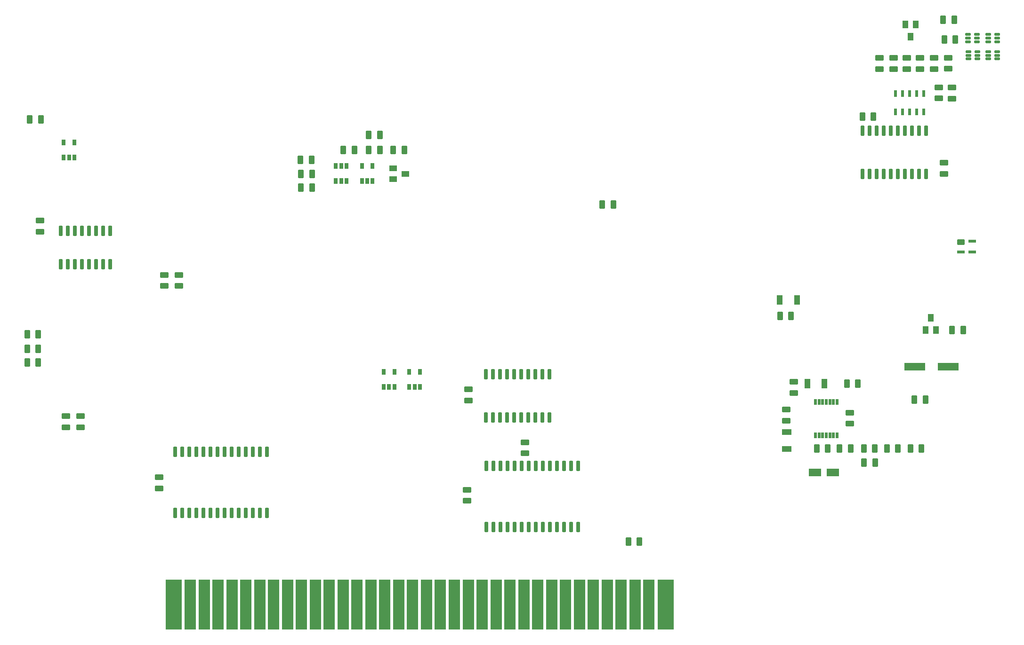
<source format=gbr>
%TF.GenerationSoftware,KiCad,Pcbnew,7.0.9*%
%TF.CreationDate,2024-01-30T12:33:28+01:00*%
%TF.ProjectId,FINESSE,46494e45-5353-4452-9e6b-696361645f70,rev?*%
%TF.SameCoordinates,Original*%
%TF.FileFunction,Paste,Top*%
%TF.FilePolarity,Positive*%
%FSLAX46Y46*%
G04 Gerber Fmt 4.6, Leading zero omitted, Abs format (unit mm)*
G04 Created by KiCad (PCBNEW 7.0.9) date 2024-01-30 12:33:28*
%MOMM*%
%LPD*%
G01*
G04 APERTURE LIST*
G04 Aperture macros list*
%AMRoundRect*
0 Rectangle with rounded corners*
0 $1 Rounding radius*
0 $2 $3 $4 $5 $6 $7 $8 $9 X,Y pos of 4 corners*
0 Add a 4 corners polygon primitive as box body*
4,1,4,$2,$3,$4,$5,$6,$7,$8,$9,$2,$3,0*
0 Add four circle primitives for the rounded corners*
1,1,$1+$1,$2,$3*
1,1,$1+$1,$4,$5*
1,1,$1+$1,$6,$7*
1,1,$1+$1,$8,$9*
0 Add four rect primitives between the rounded corners*
20,1,$1+$1,$2,$3,$4,$5,0*
20,1,$1+$1,$4,$5,$6,$7,0*
20,1,$1+$1,$6,$7,$8,$9,0*
20,1,$1+$1,$8,$9,$2,$3,0*%
G04 Aperture macros list end*
%ADD10RoundRect,0.050000X-0.700000X0.450000X-0.700000X-0.450000X0.700000X-0.450000X0.700000X0.450000X0*%
%ADD11RoundRect,0.050000X0.700000X-0.450000X0.700000X0.450000X-0.700000X0.450000X-0.700000X-0.450000X0*%
%ADD12RoundRect,0.050000X0.450000X0.700000X-0.450000X0.700000X-0.450000X-0.700000X0.450000X-0.700000X0*%
%ADD13RoundRect,0.050000X-0.450000X-0.700000X0.450000X-0.700000X0.450000X0.700000X-0.450000X0.700000X0*%
%ADD14RoundRect,0.047000X-0.608000X0.423000X-0.608000X-0.423000X0.608000X-0.423000X0.608000X0.423000X0*%
%ADD15RoundRect,0.027500X-0.627500X0.247500X-0.627500X-0.247500X0.627500X-0.247500X0.627500X0.247500X0*%
%ADD16RoundRect,0.030000X-0.270000X-0.495000X0.270000X-0.495000X0.270000X0.495000X-0.270000X0.495000X0*%
%ADD17RoundRect,0.030000X-0.270000X-0.870000X0.270000X-0.870000X0.270000X0.870000X-0.270000X0.870000X0*%
%ADD18RoundRect,0.030000X0.270000X0.870000X-0.270000X0.870000X-0.270000X-0.870000X0.270000X-0.870000X0*%
%ADD19R,3.000000X9.000000*%
%ADD20R,2.000000X9.000000*%
%ADD21RoundRect,0.050000X-0.450000X-0.835000X0.450000X-0.835000X0.450000X0.835000X-0.450000X0.835000X0*%
%ADD22RoundRect,0.050000X0.450000X0.835000X-0.450000X0.835000X-0.450000X-0.835000X0.450000X-0.835000X0*%
%ADD23RoundRect,0.020000X0.180000X-0.480000X0.180000X0.480000X-0.180000X0.480000X-0.180000X-0.480000X0*%
%ADD24RoundRect,0.020000X0.430000X-0.180000X0.430000X0.180000X-0.430000X0.180000X-0.430000X-0.180000X0*%
%ADD25RoundRect,0.020000X-0.430000X0.180000X-0.430000X-0.180000X0.430000X-0.180000X0.430000X0.180000X0*%
%ADD26RoundRect,0.050000X-0.835000X0.450000X-0.835000X-0.450000X0.835000X-0.450000X0.835000X0.450000X0*%
%ADD27RoundRect,0.050000X0.835000X-0.450000X0.835000X0.450000X-0.835000X0.450000X-0.835000X-0.450000X0*%
%ADD28RoundRect,0.070000X-1.830000X-0.630000X1.830000X-0.630000X1.830000X0.630000X-1.830000X0.630000X0*%
%ADD29RoundRect,0.050000X0.450000X0.650000X-0.450000X0.650000X-0.450000X-0.650000X0.450000X-0.650000X0*%
%ADD30RoundRect,0.025000X-0.225000X-0.525000X0.225000X-0.525000X0.225000X0.525000X-0.225000X0.525000X0*%
%ADD31RoundRect,0.070000X-1.030000X-0.630000X1.030000X-0.630000X1.030000X0.630000X-1.030000X0.630000X0*%
%ADD32RoundRect,0.050000X-0.650000X0.450000X-0.650000X-0.450000X0.650000X-0.450000X0.650000X0.450000X0*%
%ADD33RoundRect,0.050000X-0.450000X-0.650000X0.450000X-0.650000X0.450000X0.650000X-0.450000X0.650000X0*%
G04 APERTURE END LIST*
D10*
%TO.C,R11*%
X149330000Y43601000D03*
D11*
X149330000Y45601000D03*
%TD*%
%TO.C,C21*%
X172080000Y103930000D03*
D10*
X172080000Y101930000D03*
%TD*%
D12*
%TO.C,R21*%
X171060000Y42400000D03*
D13*
X173060000Y42400000D03*
%TD*%
D10*
%TO.C,R17*%
X36130000Y62850000D03*
D11*
X36130000Y64850000D03*
%TD*%
D14*
%TO.C,U19*%
X179400000Y70725000D03*
D15*
X179400000Y69000000D03*
X181400000Y69000000D03*
X181400000Y70920000D03*
%TD*%
D11*
%TO.C,C34*%
X169670000Y103950000D03*
D10*
X169670000Y101950000D03*
%TD*%
D12*
%TO.C,C6*%
X68360000Y87340000D03*
D13*
X70360000Y87340000D03*
%TD*%
D16*
%TO.C,U4*%
X80220000Y44680000D03*
X81170000Y44680000D03*
X82120000Y44680000D03*
X82120000Y47380000D03*
X80220000Y47380000D03*
%TD*%
D17*
%TO.C,U13*%
X93960000Y39160000D03*
X95230000Y39160000D03*
X96500000Y39160000D03*
X97770000Y39160000D03*
X99040000Y39160000D03*
X100310000Y39160000D03*
X101580000Y39160000D03*
X102850000Y39160000D03*
X104120000Y39160000D03*
X105390000Y39160000D03*
D18*
X105390000Y46960000D03*
X104120000Y46960000D03*
D17*
X102850000Y46960000D03*
X101580000Y46960000D03*
X100310000Y46960000D03*
X99040000Y46960000D03*
X97770000Y46960000D03*
X96500000Y46960000D03*
X95230000Y46960000D03*
X93960000Y46960000D03*
%TD*%
D12*
%TO.C,R18*%
X176410000Y107240000D03*
D13*
X178410000Y107240000D03*
%TD*%
D16*
%TO.C,U1*%
X75630000Y44670000D03*
X76580000Y44670000D03*
X77530000Y44670000D03*
X77530000Y47370000D03*
X75630000Y47370000D03*
%TD*%
D11*
%TO.C,C30*%
X174590000Y103950000D03*
D10*
X174590000Y101950000D03*
%TD*%
D12*
%TO.C,R1*%
X119620000Y16780000D03*
D13*
X121620000Y16780000D03*
%TD*%
D11*
%TO.C,C39*%
X164740000Y103950000D03*
D10*
X164740000Y101950000D03*
%TD*%
D19*
%TO.C,P2*%
X37810000Y5460000D03*
D20*
X40810000Y5460000D03*
X43310000Y5460000D03*
X45810000Y5460000D03*
X48310000Y5460000D03*
X50810000Y5460000D03*
X53310000Y5460000D03*
X55810000Y5460000D03*
X58310000Y5460000D03*
X60810000Y5460000D03*
X63310000Y5460000D03*
X65810000Y5460000D03*
X68310000Y5460000D03*
X70810000Y5460000D03*
X73310000Y5460000D03*
X75810000Y5460000D03*
X78310000Y5460000D03*
X80810000Y5460000D03*
X83310000Y5460000D03*
X85810000Y5460000D03*
X88310000Y5460000D03*
X90810000Y5460000D03*
X93310000Y5460000D03*
X95810000Y5460000D03*
X98310000Y5460000D03*
X100810000Y5460000D03*
X103310000Y5460000D03*
X105810000Y5460000D03*
X108310000Y5460000D03*
X110810000Y5460000D03*
X113310000Y5460000D03*
X115810000Y5460000D03*
X118310000Y5460000D03*
X120810000Y5460000D03*
X123310000Y5460000D03*
D19*
X126310000Y5460000D03*
%TD*%
D17*
%TO.C,U15*%
X17500000Y66780000D03*
X18770000Y66780000D03*
X20040000Y66780000D03*
X21310000Y66780000D03*
X22580000Y66780000D03*
X23850000Y66780000D03*
X25120000Y66780000D03*
X26390000Y66780000D03*
X26390000Y72780000D03*
X25120000Y72780000D03*
X23850000Y72780000D03*
X22580000Y72780000D03*
X21310000Y72780000D03*
X20040000Y72780000D03*
X18770000Y72780000D03*
X17500000Y72780000D03*
%TD*%
D13*
%TO.C,R20*%
X13970000Y92810000D03*
D12*
X11970000Y92810000D03*
%TD*%
%TO.C,R5*%
X60700000Y80550000D03*
D13*
X62700000Y80550000D03*
%TD*%
D21*
%TO.C,C10*%
X154895000Y45271000D03*
D22*
X151825000Y45271000D03*
%TD*%
D17*
%TO.C,U6*%
X94060000Y19480000D03*
X95330000Y19480000D03*
X96600000Y19480000D03*
X97870000Y19480000D03*
X99140000Y19480000D03*
X100410000Y19480000D03*
X101680000Y19480000D03*
X102950000Y19480000D03*
X104220000Y19480000D03*
X105490000Y19480000D03*
X106760000Y19480000D03*
X108030000Y19480000D03*
X109300000Y19480000D03*
X110570000Y19480000D03*
X110570000Y30480000D03*
X109300000Y30480000D03*
X108030000Y30480000D03*
X106760000Y30480000D03*
X105490000Y30480000D03*
X104220000Y30480000D03*
X102950000Y30480000D03*
X101680000Y30480000D03*
X100410000Y30480000D03*
X99140000Y30480000D03*
X97870000Y30480000D03*
X96600000Y30480000D03*
X95330000Y30480000D03*
X94060000Y30480000D03*
%TD*%
D11*
%TO.C,C3*%
X90590000Y26160000D03*
D10*
X90590000Y24160000D03*
%TD*%
D23*
%TO.C,U12*%
X153250000Y35970000D03*
X153900000Y35970000D03*
X154550000Y35970000D03*
X155200000Y35970000D03*
X155850000Y35970000D03*
X156500000Y35970000D03*
X157150000Y35970000D03*
X157150000Y41970000D03*
X156500000Y41970000D03*
X155850000Y41970000D03*
X155200000Y41970000D03*
X154550000Y41970000D03*
X153900000Y41970000D03*
X153250000Y41970000D03*
%TD*%
D12*
%TO.C,C1*%
X72900000Y87330000D03*
D13*
X74900000Y87330000D03*
%TD*%
D11*
%TO.C,R8*%
X18490000Y39430000D03*
D10*
X18490000Y37430000D03*
%TD*%
D11*
%TO.C,C14*%
X90860000Y44230000D03*
D10*
X90860000Y42230000D03*
%TD*%
D11*
%TO.C,C23*%
X177150000Y103980000D03*
D10*
X177150000Y101980000D03*
%TD*%
D16*
%TO.C,U7*%
X67010000Y81770000D03*
X67960000Y81770000D03*
X68910000Y81770000D03*
X68910000Y84470000D03*
X67960000Y84470000D03*
X67010000Y84470000D03*
%TD*%
D24*
%TO.C,DA4*%
X182350000Y103740000D03*
X182350000Y104390000D03*
X182350000Y105040000D03*
X180750000Y105040000D03*
X180750000Y104390000D03*
X180750000Y103740000D03*
%TD*%
D21*
%TO.C,C22*%
X149905000Y60360000D03*
D22*
X146835000Y60360000D03*
%TD*%
D11*
%TO.C,C2*%
X35210000Y28420000D03*
D10*
X35210000Y26420000D03*
%TD*%
D25*
%TO.C,DA1*%
X184300000Y108160000D03*
X184300000Y107510000D03*
X184300000Y106860000D03*
X185900000Y106860000D03*
X185900000Y107510000D03*
X185900000Y108160000D03*
%TD*%
D26*
%TO.C,C16*%
X148080000Y33475000D03*
D27*
X148080000Y36545000D03*
%TD*%
D13*
%TO.C,R2*%
X116930000Y77540000D03*
D12*
X114930000Y77540000D03*
%TD*%
%TO.C,R3*%
X60700000Y83000000D03*
D13*
X62700000Y83000000D03*
%TD*%
D12*
%TO.C,R7*%
X11490000Y51510000D03*
D13*
X13490000Y51510000D03*
%TD*%
D10*
%TO.C,R13*%
X148000000Y38600000D03*
D11*
X148000000Y40600000D03*
%TD*%
D10*
%TO.C,R15*%
X38790000Y62840000D03*
D11*
X38790000Y64840000D03*
%TD*%
D12*
%TO.C,C24*%
X146860000Y57500000D03*
D13*
X148860000Y57500000D03*
%TD*%
D12*
%TO.C,C8*%
X72920000Y90080000D03*
D13*
X74920000Y90080000D03*
%TD*%
D28*
%TO.C,C31*%
X177110000Y48320000D03*
X171110000Y48320000D03*
%TD*%
D12*
%TO.C,R10*%
X158880000Y45261000D03*
D13*
X160880000Y45261000D03*
%TD*%
D29*
%TO.C,DA5*%
X171310000Y109950000D03*
X169410000Y109950000D03*
X170360000Y107750000D03*
%TD*%
D11*
%TO.C,R6*%
X21060000Y39430000D03*
D10*
X21060000Y37430000D03*
%TD*%
D11*
%TO.C,C25*%
X101040000Y34720000D03*
D10*
X101040000Y32720000D03*
%TD*%
D13*
%TO.C,R16*%
X163690000Y93390000D03*
D12*
X161690000Y93390000D03*
%TD*%
D13*
%TO.C,C17*%
X13500000Y54120000D03*
D12*
X11500000Y54120000D03*
%TD*%
D11*
%TO.C,C37*%
X167270000Y103940000D03*
D10*
X167270000Y101940000D03*
%TD*%
D13*
%TO.C,R19*%
X179820000Y54960000D03*
D12*
X177820000Y54960000D03*
%TD*%
D17*
%TO.C,U17*%
X161690000Y82990000D03*
X162960000Y82990000D03*
X164230000Y82990000D03*
X165500000Y82990000D03*
X166770000Y82990000D03*
X168040000Y82990000D03*
X169310000Y82990000D03*
X170580000Y82990000D03*
X171850000Y82990000D03*
X173120000Y82990000D03*
D18*
X173120000Y90790000D03*
X171850000Y90790000D03*
D17*
X170580000Y90790000D03*
X169310000Y90790000D03*
X168040000Y90790000D03*
X166770000Y90790000D03*
X165500000Y90790000D03*
X164230000Y90790000D03*
X162960000Y90790000D03*
X161690000Y90790000D03*
%TD*%
D13*
%TO.C,C5*%
X79300000Y87350000D03*
D12*
X77300000Y87350000D03*
%TD*%
D30*
%TO.C,RA1*%
X167650000Y94170000D03*
X168920000Y94170000D03*
X170190000Y94170000D03*
X171460000Y94170000D03*
X172730000Y94170000D03*
X172730000Y97470000D03*
X171460000Y97470000D03*
X170190000Y97470000D03*
X168920000Y97470000D03*
X167650000Y97470000D03*
%TD*%
D16*
%TO.C,U18*%
X18060000Y85990000D03*
X19010000Y85990000D03*
X19960000Y85990000D03*
X19960000Y88690000D03*
X18060000Y88690000D03*
%TD*%
D24*
%TO.C,DA2*%
X185900000Y103750000D03*
X185900000Y104400000D03*
X185900000Y105050000D03*
X184300000Y105050000D03*
X184300000Y104400000D03*
X184300000Y103750000D03*
%TD*%
D31*
%TO.C,C15*%
X156360000Y29270000D03*
X153160000Y29270000D03*
%TD*%
D17*
%TO.C,U5*%
X38140000Y21970000D03*
X39410000Y21970000D03*
X40680000Y21970000D03*
X41950000Y21970000D03*
X43220000Y21970000D03*
X44490000Y21970000D03*
X45760000Y21970000D03*
X47030000Y21970000D03*
X48300000Y21970000D03*
X49570000Y21970000D03*
X50840000Y21970000D03*
X52110000Y21970000D03*
X53380000Y21970000D03*
X54650000Y21970000D03*
X54650000Y32970000D03*
X53380000Y32970000D03*
X52110000Y32970000D03*
X50840000Y32970000D03*
X49570000Y32970000D03*
X48300000Y32970000D03*
X47030000Y32970000D03*
X45760000Y32970000D03*
X44490000Y32970000D03*
X43220000Y32970000D03*
X41950000Y32970000D03*
X40680000Y32970000D03*
X39410000Y32970000D03*
X38140000Y32970000D03*
%TD*%
D32*
%TO.C,U9*%
X77300000Y84020000D03*
X77300000Y82120000D03*
X79500000Y83070000D03*
%TD*%
D10*
%TO.C,C11*%
X159390000Y38060000D03*
D11*
X159390000Y40060000D03*
%TD*%
%TO.C,C33*%
X176380000Y85020000D03*
D10*
X176380000Y83020000D03*
%TD*%
D12*
%TO.C,C35*%
X166080000Y33610000D03*
D13*
X168080000Y33610000D03*
%TD*%
D11*
%TO.C,C26*%
X177840000Y98600000D03*
D10*
X177840000Y96600000D03*
%TD*%
D25*
%TO.C,DA3*%
X180670000Y108150000D03*
X180670000Y107500000D03*
X180670000Y106850000D03*
X182270000Y106850000D03*
X182270000Y107500000D03*
X182270000Y108150000D03*
%TD*%
D12*
%TO.C,R14*%
X153490000Y33580000D03*
D13*
X155490000Y33580000D03*
%TD*%
D11*
%TO.C,C19*%
X175420000Y98630000D03*
D10*
X175420000Y96630000D03*
%TD*%
D12*
%TO.C,R4*%
X60640000Y85570000D03*
D13*
X62640000Y85570000D03*
%TD*%
%TO.C,C12*%
X163940000Y33607000D03*
D12*
X161940000Y33607000D03*
%TD*%
%TO.C,R12*%
X170310000Y33610000D03*
D13*
X172310000Y33610000D03*
%TD*%
%TO.C,C13*%
X163960000Y31040000D03*
D12*
X161960000Y31040000D03*
%TD*%
D16*
%TO.C,U8*%
X71680000Y81760000D03*
X72630000Y81760000D03*
X73580000Y81760000D03*
X73580000Y84460000D03*
X71680000Y84460000D03*
%TD*%
D12*
%TO.C,R9*%
X11490000Y49070000D03*
D13*
X13490000Y49070000D03*
%TD*%
D10*
%TO.C,C18*%
X13770000Y72640000D03*
D11*
X13770000Y74640000D03*
%TD*%
D33*
%TO.C,Q1*%
X173020000Y54950000D03*
X174920000Y54950000D03*
X173970000Y57150000D03*
%TD*%
D12*
%TO.C,R22*%
X157580000Y33590000D03*
D13*
X159580000Y33590000D03*
%TD*%
%TO.C,C20*%
X178190000Y110830000D03*
D12*
X176190000Y110830000D03*
%TD*%
M02*

</source>
